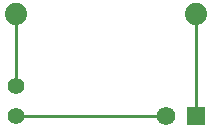
<source format=gtl>
G04 Layer: TopLayer*
G04 EasyEDA v6.5.29, 2023-07-06 22:17:37*
G04 cc60af95848b4e47b89df648a6ada5ad,10*
G04 Gerber Generator version 0.2*
G04 Scale: 100 percent, Rotated: No, Reflected: No *
G04 Dimensions in millimeters *
G04 leading zeros omitted , absolute positions ,4 integer and 5 decimal *
%FSLAX45Y45*%
%MOMM*%

%ADD10C,0.2540*%
%ADD11R,1.5748X1.5748*%
%ADD12C,1.5748*%
%ADD13C,1.4000*%
%ADD14C,1.8796*%

%LPD*%
D10*
X977900Y7010400D02*
G01*
X2247900Y7010400D01*
X977900Y7874000D02*
G01*
X977900Y7264400D01*
X2501900Y7874000D02*
G01*
X2501900Y7010400D01*
D11*
G01*
X2501900Y7010400D03*
D12*
G01*
X2247900Y7010400D03*
D13*
G01*
X977900Y7264400D03*
G01*
X977900Y7010400D03*
D14*
G01*
X977900Y7874000D03*
G01*
X2501900Y7874000D03*
M02*

</source>
